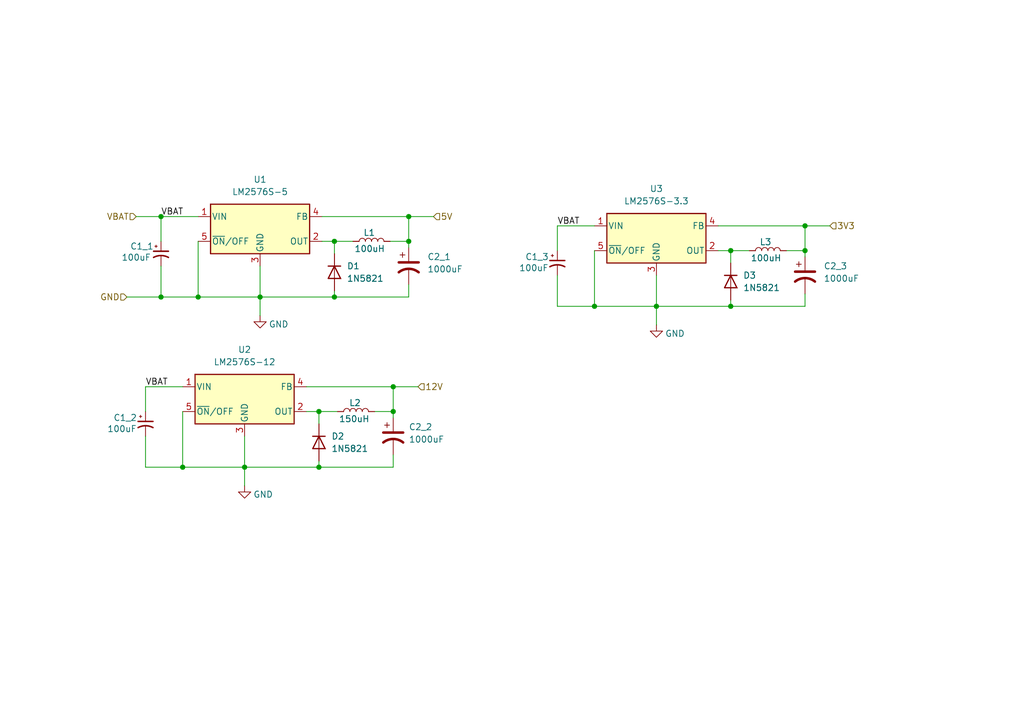
<source format=kicad_sch>
(kicad_sch
	(version 20250114)
	(generator "eeschema")
	(generator_version "9.0")
	(uuid "ddd4564b-d9f0-4773-9c26-4f346f460b07")
	(paper "A5")
	(title_block
		(title "pwr_v2")
		(date "2025-05-11")
		(rev "V2")
		(company "Buck regulator circuits to generate 12V, 5V and 3.3V supplies.")
	)
	(lib_symbols
		(symbol "Device:C_Polarized_Small_US"
			(pin_numbers
				(hide yes)
			)
			(pin_names
				(offset 0.254)
				(hide yes)
			)
			(exclude_from_sim no)
			(in_bom yes)
			(on_board yes)
			(property "Reference" "C"
				(at 0.254 1.778 0)
				(effects
					(font
						(size 1.27 1.27)
					)
					(justify left)
				)
			)
			(property "Value" "C_Polarized_Small_US"
				(at 0.254 -2.032 0)
				(effects
					(font
						(size 1.27 1.27)
					)
					(justify left)
				)
			)
			(property "Footprint" ""
				(at 0 0 0)
				(effects
					(font
						(size 1.27 1.27)
					)
					(hide yes)
				)
			)
			(property "Datasheet" "~"
				(at 0 0 0)
				(effects
					(font
						(size 1.27 1.27)
					)
					(hide yes)
				)
			)
			(property "Description" "Polarized capacitor, small US symbol"
				(at 0 0 0)
				(effects
					(font
						(size 1.27 1.27)
					)
					(hide yes)
				)
			)
			(property "ki_keywords" "cap capacitor"
				(at 0 0 0)
				(effects
					(font
						(size 1.27 1.27)
					)
					(hide yes)
				)
			)
			(property "ki_fp_filters" "CP_*"
				(at 0 0 0)
				(effects
					(font
						(size 1.27 1.27)
					)
					(hide yes)
				)
			)
			(symbol "C_Polarized_Small_US_0_1"
				(polyline
					(pts
						(xy -1.524 0.508) (xy 1.524 0.508)
					)
					(stroke
						(width 0.3048)
						(type default)
					)
					(fill
						(type none)
					)
				)
				(polyline
					(pts
						(xy -1.27 1.524) (xy -0.762 1.524)
					)
					(stroke
						(width 0)
						(type default)
					)
					(fill
						(type none)
					)
				)
				(polyline
					(pts
						(xy -1.016 1.27) (xy -1.016 1.778)
					)
					(stroke
						(width 0)
						(type default)
					)
					(fill
						(type none)
					)
				)
				(arc
					(start -1.524 -0.762)
					(mid 0 -0.3734)
					(end 1.524 -0.762)
					(stroke
						(width 0.3048)
						(type default)
					)
					(fill
						(type none)
					)
				)
			)
			(symbol "C_Polarized_Small_US_1_1"
				(pin passive line
					(at 0 2.54 270)
					(length 2.032)
					(name "~"
						(effects
							(font
								(size 1.27 1.27)
							)
						)
					)
					(number "1"
						(effects
							(font
								(size 1.27 1.27)
							)
						)
					)
				)
				(pin passive line
					(at 0 -2.54 90)
					(length 2.032)
					(name "~"
						(effects
							(font
								(size 1.27 1.27)
							)
						)
					)
					(number "2"
						(effects
							(font
								(size 1.27 1.27)
							)
						)
					)
				)
			)
			(embedded_fonts no)
		)
		(symbol "Device:C_Polarized_US"
			(pin_numbers
				(hide yes)
			)
			(pin_names
				(offset 0.254)
				(hide yes)
			)
			(exclude_from_sim no)
			(in_bom yes)
			(on_board yes)
			(property "Reference" "C"
				(at 0.635 2.54 0)
				(effects
					(font
						(size 1.27 1.27)
					)
					(justify left)
				)
			)
			(property "Value" "C_Polarized_US"
				(at 0.635 -2.54 0)
				(effects
					(font
						(size 1.27 1.27)
					)
					(justify left)
				)
			)
			(property "Footprint" ""
				(at 0 0 0)
				(effects
					(font
						(size 1.27 1.27)
					)
					(hide yes)
				)
			)
			(property "Datasheet" "~"
				(at 0 0 0)
				(effects
					(font
						(size 1.27 1.27)
					)
					(hide yes)
				)
			)
			(property "Description" "Polarized capacitor, US symbol"
				(at 0 0 0)
				(effects
					(font
						(size 1.27 1.27)
					)
					(hide yes)
				)
			)
			(property "ki_keywords" "cap capacitor"
				(at 0 0 0)
				(effects
					(font
						(size 1.27 1.27)
					)
					(hide yes)
				)
			)
			(property "ki_fp_filters" "CP_*"
				(at 0 0 0)
				(effects
					(font
						(size 1.27 1.27)
					)
					(hide yes)
				)
			)
			(symbol "C_Polarized_US_0_1"
				(polyline
					(pts
						(xy -2.032 0.762) (xy 2.032 0.762)
					)
					(stroke
						(width 0.508)
						(type default)
					)
					(fill
						(type none)
					)
				)
				(polyline
					(pts
						(xy -1.778 2.286) (xy -0.762 2.286)
					)
					(stroke
						(width 0)
						(type default)
					)
					(fill
						(type none)
					)
				)
				(polyline
					(pts
						(xy -1.27 1.778) (xy -1.27 2.794)
					)
					(stroke
						(width 0)
						(type default)
					)
					(fill
						(type none)
					)
				)
				(arc
					(start -2.032 -1.27)
					(mid 0 -0.5572)
					(end 2.032 -1.27)
					(stroke
						(width 0.508)
						(type default)
					)
					(fill
						(type none)
					)
				)
			)
			(symbol "C_Polarized_US_1_1"
				(pin passive line
					(at 0 3.81 270)
					(length 2.794)
					(name "~"
						(effects
							(font
								(size 1.27 1.27)
							)
						)
					)
					(number "1"
						(effects
							(font
								(size 1.27 1.27)
							)
						)
					)
				)
				(pin passive line
					(at 0 -3.81 90)
					(length 3.302)
					(name "~"
						(effects
							(font
								(size 1.27 1.27)
							)
						)
					)
					(number "2"
						(effects
							(font
								(size 1.27 1.27)
							)
						)
					)
				)
			)
			(embedded_fonts no)
		)
		(symbol "Device:D"
			(pin_numbers
				(hide yes)
			)
			(pin_names
				(offset 1.016)
				(hide yes)
			)
			(exclude_from_sim no)
			(in_bom yes)
			(on_board yes)
			(property "Reference" "D"
				(at 0 2.54 0)
				(effects
					(font
						(size 1.27 1.27)
					)
				)
			)
			(property "Value" "D"
				(at 0 -2.54 0)
				(effects
					(font
						(size 1.27 1.27)
					)
				)
			)
			(property "Footprint" ""
				(at 0 0 0)
				(effects
					(font
						(size 1.27 1.27)
					)
					(hide yes)
				)
			)
			(property "Datasheet" "~"
				(at 0 0 0)
				(effects
					(font
						(size 1.27 1.27)
					)
					(hide yes)
				)
			)
			(property "Description" "Diode"
				(at 0 0 0)
				(effects
					(font
						(size 1.27 1.27)
					)
					(hide yes)
				)
			)
			(property "Sim.Device" "D"
				(at 0 0 0)
				(effects
					(font
						(size 1.27 1.27)
					)
					(hide yes)
				)
			)
			(property "Sim.Pins" "1=K 2=A"
				(at 0 0 0)
				(effects
					(font
						(size 1.27 1.27)
					)
					(hide yes)
				)
			)
			(property "ki_keywords" "diode"
				(at 0 0 0)
				(effects
					(font
						(size 1.27 1.27)
					)
					(hide yes)
				)
			)
			(property "ki_fp_filters" "TO-???* *_Diode_* *SingleDiode* D_*"
				(at 0 0 0)
				(effects
					(font
						(size 1.27 1.27)
					)
					(hide yes)
				)
			)
			(symbol "D_0_1"
				(polyline
					(pts
						(xy -1.27 1.27) (xy -1.27 -1.27)
					)
					(stroke
						(width 0.254)
						(type default)
					)
					(fill
						(type none)
					)
				)
				(polyline
					(pts
						(xy 1.27 1.27) (xy 1.27 -1.27) (xy -1.27 0) (xy 1.27 1.27)
					)
					(stroke
						(width 0.254)
						(type default)
					)
					(fill
						(type none)
					)
				)
				(polyline
					(pts
						(xy 1.27 0) (xy -1.27 0)
					)
					(stroke
						(width 0)
						(type default)
					)
					(fill
						(type none)
					)
				)
			)
			(symbol "D_1_1"
				(pin passive line
					(at -3.81 0 0)
					(length 2.54)
					(name "K"
						(effects
							(font
								(size 1.27 1.27)
							)
						)
					)
					(number "1"
						(effects
							(font
								(size 1.27 1.27)
							)
						)
					)
				)
				(pin passive line
					(at 3.81 0 180)
					(length 2.54)
					(name "A"
						(effects
							(font
								(size 1.27 1.27)
							)
						)
					)
					(number "2"
						(effects
							(font
								(size 1.27 1.27)
							)
						)
					)
				)
			)
			(embedded_fonts no)
		)
		(symbol "Device:L"
			(pin_numbers
				(hide yes)
			)
			(pin_names
				(offset 1.016)
				(hide yes)
			)
			(exclude_from_sim no)
			(in_bom yes)
			(on_board yes)
			(property "Reference" "L"
				(at -1.27 0 90)
				(effects
					(font
						(size 1.27 1.27)
					)
				)
			)
			(property "Value" "L"
				(at 1.905 0 90)
				(effects
					(font
						(size 1.27 1.27)
					)
				)
			)
			(property "Footprint" ""
				(at 0 0 0)
				(effects
					(font
						(size 1.27 1.27)
					)
					(hide yes)
				)
			)
			(property "Datasheet" "~"
				(at 0 0 0)
				(effects
					(font
						(size 1.27 1.27)
					)
					(hide yes)
				)
			)
			(property "Description" "Inductor"
				(at 0 0 0)
				(effects
					(font
						(size 1.27 1.27)
					)
					(hide yes)
				)
			)
			(property "ki_keywords" "inductor choke coil reactor magnetic"
				(at 0 0 0)
				(effects
					(font
						(size 1.27 1.27)
					)
					(hide yes)
				)
			)
			(property "ki_fp_filters" "Choke_* *Coil* Inductor_* L_*"
				(at 0 0 0)
				(effects
					(font
						(size 1.27 1.27)
					)
					(hide yes)
				)
			)
			(symbol "L_0_1"
				(arc
					(start 0 2.54)
					(mid 0.6323 1.905)
					(end 0 1.27)
					(stroke
						(width 0)
						(type default)
					)
					(fill
						(type none)
					)
				)
				(arc
					(start 0 1.27)
					(mid 0.6323 0.635)
					(end 0 0)
					(stroke
						(width 0)
						(type default)
					)
					(fill
						(type none)
					)
				)
				(arc
					(start 0 0)
					(mid 0.6323 -0.635)
					(end 0 -1.27)
					(stroke
						(width 0)
						(type default)
					)
					(fill
						(type none)
					)
				)
				(arc
					(start 0 -1.27)
					(mid 0.6323 -1.905)
					(end 0 -2.54)
					(stroke
						(width 0)
						(type default)
					)
					(fill
						(type none)
					)
				)
			)
			(symbol "L_1_1"
				(pin passive line
					(at 0 3.81 270)
					(length 1.27)
					(name "1"
						(effects
							(font
								(size 1.27 1.27)
							)
						)
					)
					(number "1"
						(effects
							(font
								(size 1.27 1.27)
							)
						)
					)
				)
				(pin passive line
					(at 0 -3.81 90)
					(length 1.27)
					(name "2"
						(effects
							(font
								(size 1.27 1.27)
							)
						)
					)
					(number "2"
						(effects
							(font
								(size 1.27 1.27)
							)
						)
					)
				)
			)
			(embedded_fonts no)
		)
		(symbol "Regulator_Switching:LM2576S-12"
			(pin_names
				(offset 0.254)
			)
			(exclude_from_sim no)
			(in_bom yes)
			(on_board yes)
			(property "Reference" "U"
				(at -10.16 6.35 0)
				(effects
					(font
						(size 1.27 1.27)
					)
					(justify left)
				)
			)
			(property "Value" "LM2576S-12"
				(at 0 6.35 0)
				(effects
					(font
						(size 1.27 1.27)
					)
					(justify left)
				)
			)
			(property "Footprint" "Package_TO_SOT_SMD:TO-263-5_TabPin3"
				(at 0 -6.35 0)
				(effects
					(font
						(size 1.27 1.27)
						(italic yes)
					)
					(justify left)
					(hide yes)
				)
			)
			(property "Datasheet" "http://www.ti.com/lit/ds/symlink/lm2576.pdf"
				(at 0 0 0)
				(effects
					(font
						(size 1.27 1.27)
					)
					(hide yes)
				)
			)
			(property "Description" "12V, 3A SIMPLE SWITCHER® Step-Down Voltage Regulator, TO-263"
				(at 0 0 0)
				(effects
					(font
						(size 1.27 1.27)
					)
					(hide yes)
				)
			)
			(property "ki_keywords" "Step-Down Voltage Regulator 12V 3A"
				(at 0 0 0)
				(effects
					(font
						(size 1.27 1.27)
					)
					(hide yes)
				)
			)
			(property "ki_fp_filters" "TO?263*"
				(at 0 0 0)
				(effects
					(font
						(size 1.27 1.27)
					)
					(hide yes)
				)
			)
			(symbol "LM2576S-12_0_1"
				(rectangle
					(start -10.16 5.08)
					(end 10.16 -5.08)
					(stroke
						(width 0.254)
						(type default)
					)
					(fill
						(type background)
					)
				)
			)
			(symbol "LM2576S-12_1_1"
				(pin power_in line
					(at -12.7 2.54 0)
					(length 2.54)
					(name "VIN"
						(effects
							(font
								(size 1.27 1.27)
							)
						)
					)
					(number "1"
						(effects
							(font
								(size 1.27 1.27)
							)
						)
					)
				)
				(pin input line
					(at -12.7 -2.54 0)
					(length 2.54)
					(name "~{ON}/OFF"
						(effects
							(font
								(size 1.27 1.27)
							)
						)
					)
					(number "5"
						(effects
							(font
								(size 1.27 1.27)
							)
						)
					)
				)
				(pin power_in line
					(at 0 -7.62 90)
					(length 2.54)
					(name "GND"
						(effects
							(font
								(size 1.27 1.27)
							)
						)
					)
					(number "3"
						(effects
							(font
								(size 1.27 1.27)
							)
						)
					)
				)
				(pin input line
					(at 12.7 2.54 180)
					(length 2.54)
					(name "FB"
						(effects
							(font
								(size 1.27 1.27)
							)
						)
					)
					(number "4"
						(effects
							(font
								(size 1.27 1.27)
							)
						)
					)
				)
				(pin output line
					(at 12.7 -2.54 180)
					(length 2.54)
					(name "OUT"
						(effects
							(font
								(size 1.27 1.27)
							)
						)
					)
					(number "2"
						(effects
							(font
								(size 1.27 1.27)
							)
						)
					)
				)
			)
			(embedded_fonts no)
		)
		(symbol "Regulator_Switching:LM2576S-3.3"
			(pin_names
				(offset 0.254)
			)
			(exclude_from_sim no)
			(in_bom yes)
			(on_board yes)
			(property "Reference" "U"
				(at -10.16 6.35 0)
				(effects
					(font
						(size 1.27 1.27)
					)
					(justify left)
				)
			)
			(property "Value" "LM2576S-3.3"
				(at 0 6.35 0)
				(effects
					(font
						(size 1.27 1.27)
					)
					(justify left)
				)
			)
			(property "Footprint" "Package_TO_SOT_SMD:TO-263-5_TabPin3"
				(at 0 -6.35 0)
				(effects
					(font
						(size 1.27 1.27)
						(italic yes)
					)
					(justify left)
					(hide yes)
				)
			)
			(property "Datasheet" "http://www.ti.com/lit/ds/symlink/lm2576.pdf"
				(at 0 0 0)
				(effects
					(font
						(size 1.27 1.27)
					)
					(hide yes)
				)
			)
			(property "Description" "3.3V, 3A SIMPLE SWITCHER® Step-Down Voltage Regulator, TO-263"
				(at 0 0 0)
				(effects
					(font
						(size 1.27 1.27)
					)
					(hide yes)
				)
			)
			(property "ki_keywords" "Step-Down Voltage Regulator 3.3V 3A"
				(at 0 0 0)
				(effects
					(font
						(size 1.27 1.27)
					)
					(hide yes)
				)
			)
			(property "ki_fp_filters" "TO?263*"
				(at 0 0 0)
				(effects
					(font
						(size 1.27 1.27)
					)
					(hide yes)
				)
			)
			(symbol "LM2576S-3.3_0_1"
				(rectangle
					(start -10.16 5.08)
					(end 10.16 -5.08)
					(stroke
						(width 0.254)
						(type default)
					)
					(fill
						(type background)
					)
				)
			)
			(symbol "LM2576S-3.3_1_1"
				(pin power_in line
					(at -12.7 2.54 0)
					(length 2.54)
					(name "VIN"
						(effects
							(font
								(size 1.27 1.27)
							)
						)
					)
					(number "1"
						(effects
							(font
								(size 1.27 1.27)
							)
						)
					)
				)
				(pin input line
					(at -12.7 -2.54 0)
					(length 2.54)
					(name "~{ON}/OFF"
						(effects
							(font
								(size 1.27 1.27)
							)
						)
					)
					(number "5"
						(effects
							(font
								(size 1.27 1.27)
							)
						)
					)
				)
				(pin power_in line
					(at 0 -7.62 90)
					(length 2.54)
					(name "GND"
						(effects
							(font
								(size 1.27 1.27)
							)
						)
					)
					(number "3"
						(effects
							(font
								(size 1.27 1.27)
							)
						)
					)
				)
				(pin input line
					(at 12.7 2.54 180)
					(length 2.54)
					(name "FB"
						(effects
							(font
								(size 1.27 1.27)
							)
						)
					)
					(number "4"
						(effects
							(font
								(size 1.27 1.27)
							)
						)
					)
				)
				(pin output line
					(at 12.7 -2.54 180)
					(length 2.54)
					(name "OUT"
						(effects
							(font
								(size 1.27 1.27)
							)
						)
					)
					(number "2"
						(effects
							(font
								(size 1.27 1.27)
							)
						)
					)
				)
			)
			(embedded_fonts no)
		)
		(symbol "Regulator_Switching:LM2576S-5"
			(pin_names
				(offset 0.254)
			)
			(exclude_from_sim no)
			(in_bom yes)
			(on_board yes)
			(property "Reference" "U"
				(at -10.16 6.35 0)
				(effects
					(font
						(size 1.27 1.27)
					)
					(justify left)
				)
			)
			(property "Value" "LM2576S-5"
				(at 0 6.35 0)
				(effects
					(font
						(size 1.27 1.27)
					)
					(justify left)
				)
			)
			(property "Footprint" "Package_TO_SOT_SMD:TO-263-5_TabPin3"
				(at 0 -6.35 0)
				(effects
					(font
						(size 1.27 1.27)
						(italic yes)
					)
					(justify left)
					(hide yes)
				)
			)
			(property "Datasheet" "http://www.ti.com/lit/ds/symlink/lm2576.pdf"
				(at 0 0 0)
				(effects
					(font
						(size 1.27 1.27)
					)
					(hide yes)
				)
			)
			(property "Description" "5V, 3A SIMPLE SWITCHER® Step-Down Voltage Regulator, TO-263"
				(at 0 0 0)
				(effects
					(font
						(size 1.27 1.27)
					)
					(hide yes)
				)
			)
			(property "ki_keywords" "Step-Down Voltage Regulator 5V 3A"
				(at 0 0 0)
				(effects
					(font
						(size 1.27 1.27)
					)
					(hide yes)
				)
			)
			(property "ki_fp_filters" "TO?263*"
				(at 0 0 0)
				(effects
					(font
						(size 1.27 1.27)
					)
					(hide yes)
				)
			)
			(symbol "LM2576S-5_0_1"
				(rectangle
					(start -10.16 5.08)
					(end 10.16 -5.08)
					(stroke
						(width 0.254)
						(type default)
					)
					(fill
						(type background)
					)
				)
			)
			(symbol "LM2576S-5_1_1"
				(pin power_in line
					(at -12.7 2.54 0)
					(length 2.54)
					(name "VIN"
						(effects
							(font
								(size 1.27 1.27)
							)
						)
					)
					(number "1"
						(effects
							(font
								(size 1.27 1.27)
							)
						)
					)
				)
				(pin input line
					(at -12.7 -2.54 0)
					(length 2.54)
					(name "~{ON}/OFF"
						(effects
							(font
								(size 1.27 1.27)
							)
						)
					)
					(number "5"
						(effects
							(font
								(size 1.27 1.27)
							)
						)
					)
				)
				(pin power_in line
					(at 0 -7.62 90)
					(length 2.54)
					(name "GND"
						(effects
							(font
								(size 1.27 1.27)
							)
						)
					)
					(number "3"
						(effects
							(font
								(size 1.27 1.27)
							)
						)
					)
				)
				(pin input line
					(at 12.7 2.54 180)
					(length 2.54)
					(name "FB"
						(effects
							(font
								(size 1.27 1.27)
							)
						)
					)
					(number "4"
						(effects
							(font
								(size 1.27 1.27)
							)
						)
					)
				)
				(pin output line
					(at 12.7 -2.54 180)
					(length 2.54)
					(name "OUT"
						(effects
							(font
								(size 1.27 1.27)
							)
						)
					)
					(number "2"
						(effects
							(font
								(size 1.27 1.27)
							)
						)
					)
				)
			)
			(embedded_fonts no)
		)
		(symbol "power:GND"
			(power)
			(pin_numbers
				(hide yes)
			)
			(pin_names
				(offset 0)
				(hide yes)
			)
			(exclude_from_sim no)
			(in_bom yes)
			(on_board yes)
			(property "Reference" "#PWR"
				(at 0 -6.35 0)
				(effects
					(font
						(size 1.27 1.27)
					)
					(hide yes)
				)
			)
			(property "Value" "GND"
				(at 0 -3.81 0)
				(effects
					(font
						(size 1.27 1.27)
					)
				)
			)
			(property "Footprint" ""
				(at 0 0 0)
				(effects
					(font
						(size 1.27 1.27)
					)
					(hide yes)
				)
			)
			(property "Datasheet" ""
				(at 0 0 0)
				(effects
					(font
						(size 1.27 1.27)
					)
					(hide yes)
				)
			)
			(property "Description" "Power symbol creates a global label with name \"GND\" , ground"
				(at 0 0 0)
				(effects
					(font
						(size 1.27 1.27)
					)
					(hide yes)
				)
			)
			(property "ki_keywords" "global power"
				(at 0 0 0)
				(effects
					(font
						(size 1.27 1.27)
					)
					(hide yes)
				)
			)
			(symbol "GND_0_1"
				(polyline
					(pts
						(xy 0 0) (xy 0 -1.27) (xy 1.27 -1.27) (xy 0 -2.54) (xy -1.27 -1.27) (xy 0 -1.27)
					)
					(stroke
						(width 0)
						(type default)
					)
					(fill
						(type none)
					)
				)
			)
			(symbol "GND_1_1"
				(pin power_in line
					(at 0 0 270)
					(length 0)
					(name "~"
						(effects
							(font
								(size 1.27 1.27)
							)
						)
					)
					(number "1"
						(effects
							(font
								(size 1.27 1.27)
							)
						)
					)
				)
			)
			(embedded_fonts no)
		)
	)
	(junction
		(at 83.82 49.53)
		(diameter 0)
		(color 0 0 0 0)
		(uuid "12a8efa7-1af1-4989-9ad0-438e947b50e5")
	)
	(junction
		(at 165.1 46.355)
		(diameter 0)
		(color 0 0 0 0)
		(uuid "13f67a03-56df-477e-992e-58c7aa506fc9")
	)
	(junction
		(at 33.02 60.96)
		(diameter 0)
		(color 0 0 0 0)
		(uuid "30edebd9-2038-45e3-9bae-c65087cc30f6")
	)
	(junction
		(at 68.58 60.96)
		(diameter 0)
		(color 0 0 0 0)
		(uuid "32eb3670-e3d1-450f-a948-1ceef3ee4248")
	)
	(junction
		(at 165.1 51.435)
		(diameter 0)
		(color 0 0 0 0)
		(uuid "3a1d66b6-b345-465f-bc06-44dd24d97374")
	)
	(junction
		(at 83.82 44.45)
		(diameter 0)
		(color 0 0 0 0)
		(uuid "4110944f-58cc-44cf-971f-7cc713db1693")
	)
	(junction
		(at 68.58 49.53)
		(diameter 0)
		(color 0 0 0 0)
		(uuid "42e71fb3-9d52-4064-a259-c8304533d1af")
	)
	(junction
		(at 50.165 95.885)
		(diameter 0)
		(color 0 0 0 0)
		(uuid "44c30f30-de79-42a2-a21e-7922edc8472c")
	)
	(junction
		(at 149.86 51.435)
		(diameter 0)
		(color 0 0 0 0)
		(uuid "45c03fe6-ec30-4a45-8ba2-27949de867e5")
	)
	(junction
		(at 33.02 44.45)
		(diameter 0)
		(color 0 0 0 0)
		(uuid "4818784f-c9e7-4d36-9a36-cc5cef14ad1c")
	)
	(junction
		(at 37.465 95.885)
		(diameter 0)
		(color 0 0 0 0)
		(uuid "5dfb5db9-e9ce-47db-bc0a-c84e625df8c4")
	)
	(junction
		(at 149.86 62.865)
		(diameter 0)
		(color 0 0 0 0)
		(uuid "612232a7-c1fe-4651-b617-ac203c0dfbc4")
	)
	(junction
		(at 134.62 62.865)
		(diameter 0)
		(color 0 0 0 0)
		(uuid "767c79ef-a362-44ca-ad86-12defe4e7666")
	)
	(junction
		(at 65.405 95.885)
		(diameter 0)
		(color 0 0 0 0)
		(uuid "828e4eb1-3437-4450-a5ac-99b5f85fb96a")
	)
	(junction
		(at 80.645 84.455)
		(diameter 0)
		(color 0 0 0 0)
		(uuid "893b7172-c5fb-466d-b5df-8284e9f64343")
	)
	(junction
		(at 80.645 79.375)
		(diameter 0)
		(color 0 0 0 0)
		(uuid "8d0006b0-0f78-475a-9e2e-5739438a4881")
	)
	(junction
		(at 53.34 60.96)
		(diameter 0)
		(color 0 0 0 0)
		(uuid "98e605da-bd25-45d6-a96a-a88baf4280d2")
	)
	(junction
		(at 40.64 60.96)
		(diameter 0)
		(color 0 0 0 0)
		(uuid "a152d652-19e1-4e39-bac3-daa2ed90cb15")
	)
	(junction
		(at 65.405 84.455)
		(diameter 0)
		(color 0 0 0 0)
		(uuid "bbbeaed9-6bbf-41b9-bc3d-39bbf834ca1b")
	)
	(junction
		(at 121.92 62.865)
		(diameter 0)
		(color 0 0 0 0)
		(uuid "f8111789-93ad-454a-b7e6-5c627b5a6260")
	)
	(wire
		(pts
			(xy 65.405 95.885) (xy 80.645 95.885)
		)
		(stroke
			(width 0)
			(type default)
		)
		(uuid "00059bc1-98d5-4fd6-aad5-6bd5fc1df88b")
	)
	(wire
		(pts
			(xy 33.02 44.45) (xy 40.64 44.45)
		)
		(stroke
			(width 0)
			(type default)
		)
		(uuid "0a3b8541-fdb4-4a9e-bff3-8db2e1f3a40a")
	)
	(wire
		(pts
			(xy 76.835 84.455) (xy 80.645 84.455)
		)
		(stroke
			(width 0)
			(type default)
		)
		(uuid "144df22f-1a62-477f-924c-727148fc9535")
	)
	(wire
		(pts
			(xy 68.58 60.96) (xy 53.34 60.96)
		)
		(stroke
			(width 0)
			(type default)
		)
		(uuid "1e99361b-1fd4-4152-810c-0792507f890d")
	)
	(wire
		(pts
			(xy 37.465 84.455) (xy 37.465 95.885)
		)
		(stroke
			(width 0)
			(type default)
		)
		(uuid "28668877-4aca-47ac-b060-f5537c89f985")
	)
	(wire
		(pts
			(xy 83.82 58.42) (xy 83.82 60.96)
		)
		(stroke
			(width 0)
			(type default)
		)
		(uuid "28d4de59-dac6-4f0a-b9ea-426aef767c28")
	)
	(wire
		(pts
			(xy 161.29 51.435) (xy 165.1 51.435)
		)
		(stroke
			(width 0)
			(type default)
		)
		(uuid "28dac376-79d0-4990-b3a5-e6db07f4da10")
	)
	(wire
		(pts
			(xy 149.86 62.865) (xy 165.1 62.865)
		)
		(stroke
			(width 0)
			(type default)
		)
		(uuid "2c125136-f0ab-4484-acad-b562baacc922")
	)
	(wire
		(pts
			(xy 147.32 51.435) (xy 149.86 51.435)
		)
		(stroke
			(width 0)
			(type default)
		)
		(uuid "2cd58a26-a9ae-4d33-9de4-2ee5bdf8037e")
	)
	(wire
		(pts
			(xy 134.62 62.865) (xy 134.62 66.675)
		)
		(stroke
			(width 0)
			(type default)
		)
		(uuid "2dbcbb05-4888-4a90-8a5c-813b108e617b")
	)
	(wire
		(pts
			(xy 83.82 44.45) (xy 88.9 44.45)
		)
		(stroke
			(width 0)
			(type default)
		)
		(uuid "315d1fac-236e-4fcd-8f03-c4e058cbf0c8")
	)
	(wire
		(pts
			(xy 165.1 60.325) (xy 165.1 62.865)
		)
		(stroke
			(width 0)
			(type default)
		)
		(uuid "319ad610-920f-48a2-8070-83df295d57be")
	)
	(wire
		(pts
			(xy 134.62 56.515) (xy 134.62 62.865)
		)
		(stroke
			(width 0)
			(type default)
		)
		(uuid "32864d7c-eb3d-4752-851f-52714003821e")
	)
	(wire
		(pts
			(xy 62.865 79.375) (xy 80.645 79.375)
		)
		(stroke
			(width 0)
			(type default)
		)
		(uuid "345b9681-cab5-40ee-8f95-178be9680454")
	)
	(wire
		(pts
			(xy 27.94 44.45) (xy 33.02 44.45)
		)
		(stroke
			(width 0)
			(type default)
		)
		(uuid "36146ee2-8f3d-4f97-90d4-925e731a6636")
	)
	(wire
		(pts
			(xy 121.92 62.865) (xy 134.62 62.865)
		)
		(stroke
			(width 0)
			(type default)
		)
		(uuid "386a2893-0193-40ca-8736-62b5cca62004")
	)
	(wire
		(pts
			(xy 114.3 46.355) (xy 121.92 46.355)
		)
		(stroke
			(width 0)
			(type default)
		)
		(uuid "3f9483c8-ee05-427f-99d2-7117bd06252e")
	)
	(wire
		(pts
			(xy 53.34 54.61) (xy 53.34 60.96)
		)
		(stroke
			(width 0)
			(type default)
		)
		(uuid "4139959a-a89e-45c6-bc67-bcd509c2fdaf")
	)
	(wire
		(pts
			(xy 80.645 93.345) (xy 80.645 95.885)
		)
		(stroke
			(width 0)
			(type default)
		)
		(uuid "4a77c9a7-f710-4a7f-b722-3259e14f8436")
	)
	(wire
		(pts
			(xy 65.405 95.885) (xy 50.165 95.885)
		)
		(stroke
			(width 0)
			(type default)
		)
		(uuid "4c77780f-d228-4721-96ec-7f095cdf533a")
	)
	(wire
		(pts
			(xy 68.58 60.96) (xy 68.58 59.69)
		)
		(stroke
			(width 0)
			(type default)
		)
		(uuid "4dc555e9-8cdf-4a88-a984-11716041d7ac")
	)
	(wire
		(pts
			(xy 65.405 95.885) (xy 65.405 94.615)
		)
		(stroke
			(width 0)
			(type default)
		)
		(uuid "52761a34-0536-43c5-a3af-43276fac4c55")
	)
	(wire
		(pts
			(xy 80.01 49.53) (xy 83.82 49.53)
		)
		(stroke
			(width 0)
			(type default)
		)
		(uuid "677641c5-50d7-4ff4-a93a-36808e4d89f4")
	)
	(wire
		(pts
			(xy 68.58 49.53) (xy 72.39 49.53)
		)
		(stroke
			(width 0)
			(type default)
		)
		(uuid "6c921d96-1d44-4c9f-8c83-b1d5590b79ac")
	)
	(wire
		(pts
			(xy 80.645 84.455) (xy 80.645 85.725)
		)
		(stroke
			(width 0)
			(type default)
		)
		(uuid "74c75fa5-9e2f-4df1-98e9-6836d0a16d36")
	)
	(wire
		(pts
			(xy 165.1 46.355) (xy 165.1 51.435)
		)
		(stroke
			(width 0)
			(type default)
		)
		(uuid "81914348-4367-49ba-acb9-4473fbb66808")
	)
	(wire
		(pts
			(xy 121.92 51.435) (xy 121.92 62.865)
		)
		(stroke
			(width 0)
			(type default)
		)
		(uuid "8552feda-e96f-4831-b99c-b1cc73aa6299")
	)
	(wire
		(pts
			(xy 65.405 86.995) (xy 65.405 84.455)
		)
		(stroke
			(width 0)
			(type default)
		)
		(uuid "8c42f27d-25d1-46ec-aa94-bac45829c55e")
	)
	(wire
		(pts
			(xy 29.845 89.535) (xy 29.845 95.885)
		)
		(stroke
			(width 0)
			(type default)
		)
		(uuid "974e1b8e-2fdb-4029-9458-cf48dbfc2894")
	)
	(wire
		(pts
			(xy 114.3 62.865) (xy 121.92 62.865)
		)
		(stroke
			(width 0)
			(type default)
		)
		(uuid "979747e8-7bc9-4001-a4eb-eb2bf57733af")
	)
	(wire
		(pts
			(xy 66.04 49.53) (xy 68.58 49.53)
		)
		(stroke
			(width 0)
			(type default)
		)
		(uuid "983bbbc1-f466-4700-97d6-b99e5bad775f")
	)
	(wire
		(pts
			(xy 33.02 54.61) (xy 33.02 60.96)
		)
		(stroke
			(width 0)
			(type default)
		)
		(uuid "9e2d287e-ef84-46bb-868d-44a9b9c24744")
	)
	(wire
		(pts
			(xy 80.645 79.375) (xy 85.725 79.375)
		)
		(stroke
			(width 0)
			(type default)
		)
		(uuid "9e770f9a-3405-4fef-9fa9-2e455417a907")
	)
	(wire
		(pts
			(xy 114.3 56.515) (xy 114.3 62.865)
		)
		(stroke
			(width 0)
			(type default)
		)
		(uuid "9ef06ec0-4af4-4170-b0ca-2620f0407e53")
	)
	(wire
		(pts
			(xy 65.405 84.455) (xy 69.215 84.455)
		)
		(stroke
			(width 0)
			(type default)
		)
		(uuid "9fdc18ed-b2fa-499d-8e64-2026686801ba")
	)
	(wire
		(pts
			(xy 66.04 44.45) (xy 83.82 44.45)
		)
		(stroke
			(width 0)
			(type default)
		)
		(uuid "a218f96c-48b9-4340-bbcf-9aa2a9fb68a0")
	)
	(wire
		(pts
			(xy 50.165 95.885) (xy 50.165 99.695)
		)
		(stroke
			(width 0)
			(type default)
		)
		(uuid "a6189c75-1787-426f-8823-9908447e01a1")
	)
	(wire
		(pts
			(xy 83.82 44.45) (xy 83.82 49.53)
		)
		(stroke
			(width 0)
			(type default)
		)
		(uuid "a74202a4-ac72-4530-831d-b4d62e1b94d7")
	)
	(wire
		(pts
			(xy 149.86 51.435) (xy 153.67 51.435)
		)
		(stroke
			(width 0)
			(type default)
		)
		(uuid "ab8ada6e-25a4-4a65-9850-439fd7a30f47")
	)
	(wire
		(pts
			(xy 33.02 44.45) (xy 33.02 49.53)
		)
		(stroke
			(width 0)
			(type default)
		)
		(uuid "ae090460-727f-4430-bdd2-6b3d0039193b")
	)
	(wire
		(pts
			(xy 53.34 60.96) (xy 53.34 64.77)
		)
		(stroke
			(width 0)
			(type default)
		)
		(uuid "b5959cd6-9d98-433e-9583-32bbe63f498b")
	)
	(wire
		(pts
			(xy 62.865 84.455) (xy 65.405 84.455)
		)
		(stroke
			(width 0)
			(type default)
		)
		(uuid "b89f211c-f2fc-4a53-92dc-da6ec738c0c1")
	)
	(wire
		(pts
			(xy 50.165 89.535) (xy 50.165 95.885)
		)
		(stroke
			(width 0)
			(type default)
		)
		(uuid "bf3e95d2-8727-4f2d-afb3-42b9b0bef79a")
	)
	(wire
		(pts
			(xy 29.845 95.885) (xy 37.465 95.885)
		)
		(stroke
			(width 0)
			(type default)
		)
		(uuid "bfc6d7b2-395c-4ae3-834b-8f4fdefc110a")
	)
	(wire
		(pts
			(xy 83.82 49.53) (xy 83.82 50.8)
		)
		(stroke
			(width 0)
			(type default)
		)
		(uuid "c5def08e-de3c-48f2-82ee-5e4de316e531")
	)
	(wire
		(pts
			(xy 29.845 79.375) (xy 29.845 84.455)
		)
		(stroke
			(width 0)
			(type default)
		)
		(uuid "c7fd864b-8e4b-4db8-933c-1b15ec7d4d06")
	)
	(wire
		(pts
			(xy 33.02 60.96) (xy 40.64 60.96)
		)
		(stroke
			(width 0)
			(type default)
		)
		(uuid "ca3abf6e-168f-48dd-ad84-e962d2b8b9b1")
	)
	(wire
		(pts
			(xy 68.58 52.07) (xy 68.58 49.53)
		)
		(stroke
			(width 0)
			(type default)
		)
		(uuid "cccde591-5d28-4b73-92f3-d4855b2432d4")
	)
	(wire
		(pts
			(xy 114.3 46.355) (xy 114.3 51.435)
		)
		(stroke
			(width 0)
			(type default)
		)
		(uuid "cfc1a854-179c-479d-9a4d-cc004b1981a2")
	)
	(wire
		(pts
			(xy 165.1 46.355) (xy 170.18 46.355)
		)
		(stroke
			(width 0)
			(type default)
		)
		(uuid "d2b70387-d916-42d8-9484-1b87d800fec3")
	)
	(wire
		(pts
			(xy 147.32 46.355) (xy 165.1 46.355)
		)
		(stroke
			(width 0)
			(type default)
		)
		(uuid "d55c4f3e-9cf6-40a3-aa8b-b0141aa0730f")
	)
	(wire
		(pts
			(xy 149.86 53.975) (xy 149.86 51.435)
		)
		(stroke
			(width 0)
			(type default)
		)
		(uuid "d75f2379-85d4-4102-b53a-08068fb13b9d")
	)
	(wire
		(pts
			(xy 165.1 51.435) (xy 165.1 52.705)
		)
		(stroke
			(width 0)
			(type default)
		)
		(uuid "d84a099a-e651-4cf2-8da8-dddcefe9b513")
	)
	(wire
		(pts
			(xy 40.64 49.53) (xy 40.64 60.96)
		)
		(stroke
			(width 0)
			(type default)
		)
		(uuid "d94489ee-5376-4dfe-ac5c-302d1b6706ca")
	)
	(wire
		(pts
			(xy 68.58 60.96) (xy 83.82 60.96)
		)
		(stroke
			(width 0)
			(type default)
		)
		(uuid "db653ded-0004-4d02-a8e9-bec5bee4ee41")
	)
	(wire
		(pts
			(xy 37.465 95.885) (xy 50.165 95.885)
		)
		(stroke
			(width 0)
			(type default)
		)
		(uuid "e20b53c7-5da1-428d-b8d7-a097e4d3a562")
	)
	(wire
		(pts
			(xy 149.86 62.865) (xy 134.62 62.865)
		)
		(stroke
			(width 0)
			(type default)
		)
		(uuid "e4748187-8702-4b66-8ebb-e07aa126db6f")
	)
	(wire
		(pts
			(xy 26.035 60.96) (xy 33.02 60.96)
		)
		(stroke
			(width 0)
			(type default)
		)
		(uuid "ec274b02-73ce-4382-bf69-8f428858e472")
	)
	(wire
		(pts
			(xy 80.645 79.375) (xy 80.645 84.455)
		)
		(stroke
			(width 0)
			(type default)
		)
		(uuid "f0ad3197-2ea0-483f-95d2-ee486b7cbb5f")
	)
	(wire
		(pts
			(xy 29.845 79.375) (xy 37.465 79.375)
		)
		(stroke
			(width 0)
			(type default)
		)
		(uuid "f2c47d3a-049e-4ae6-9b7c-0be5408d43c2")
	)
	(wire
		(pts
			(xy 149.86 62.865) (xy 149.86 61.595)
		)
		(stroke
			(width 0)
			(type default)
		)
		(uuid "fb4dd34d-3a95-4e9b-bb01-59ed15e90b3c")
	)
	(wire
		(pts
			(xy 40.64 60.96) (xy 53.34 60.96)
		)
		(stroke
			(width 0)
			(type default)
		)
		(uuid "fd6bff50-09de-4ac3-a65c-9eb24f6f35f9")
	)
	(label "VBAT"
		(at 29.845 79.375 0)
		(effects
			(font
				(size 1.27 1.27)
			)
			(justify left bottom)
		)
		(uuid "58168ab1-1b11-4c0a-a4f6-9d3a77ec3de4")
	)
	(label "VBAT"
		(at 114.3 46.355 0)
		(effects
			(font
				(size 1.27 1.27)
			)
			(justify left bottom)
		)
		(uuid "90904462-2e1a-4327-b575-0d552a244576")
	)
	(label "VBAT"
		(at 33.02 44.45 0)
		(effects
			(font
				(size 1.27 1.27)
			)
			(justify left bottom)
		)
		(uuid "d2d0aef2-2dbc-4100-9d9c-37d041006797")
	)
	(hierarchical_label "GND"
		(shape input)
		(at 26.035 60.96 180)
		(effects
			(font
				(size 1.27 1.27)
			)
			(justify right)
		)
		(uuid "00f480be-c352-453e-956b-42886a2cb0a0")
	)
	(hierarchical_label "5V"
		(shape input)
		(at 88.9 44.45 0)
		(effects
			(font
				(size 1.27 1.27)
			)
			(justify left)
		)
		(uuid "0393f90f-92b2-4cbc-916f-ef6f4374d109")
	)
	(hierarchical_label "12V"
		(shape input)
		(at 85.725 79.375 0)
		(effects
			(font
				(size 1.27 1.27)
			)
			(justify left)
		)
		(uuid "7098fe4c-7d51-4486-9533-5af12976995d")
	)
	(hierarchical_label "VBAT"
		(shape input)
		(at 27.94 44.45 180)
		(effects
			(font
				(size 1.27 1.27)
			)
			(justify right)
		)
		(uuid "9c2d84d5-3f2b-4932-bb9b-26b71d19ab81")
	)
	(hierarchical_label "3V3"
		(shape input)
		(at 170.18 46.355 0)
		(effects
			(font
				(size 1.27 1.27)
			)
			(justify left)
		)
		(uuid "d58c3241-cd02-4534-b19f-2cedaacaf3a0")
	)
	(symbol
		(lib_id "power:GND")
		(at 134.62 66.675 0)
		(unit 1)
		(exclude_from_sim no)
		(in_bom yes)
		(on_board yes)
		(dnp no)
		(uuid "1816450b-302b-4984-a22d-2efee69b7cf5")
		(property "Reference" "#PWR050"
			(at 134.62 73.025 0)
			(effects
				(font
					(size 1.27 1.27)
				)
				(hide yes)
			)
		)
		(property "Value" "GND"
			(at 138.43 68.453 0)
			(effects
				(font
					(size 1.27 1.27)
				)
			)
		)
		(property "Footprint" ""
			(at 134.62 66.675 0)
			(effects
				(font
					(size 1.27 1.27)
				)
				(hide yes)
			)
		)
		(property "Datasheet" ""
			(at 134.62 66.675 0)
			(effects
				(font
					(size 1.27 1.27)
				)
				(hide yes)
			)
		)
		(property "Description" "Power symbol creates a global label with name \"GND\" , ground"
			(at 134.62 66.675 0)
			(effects
				(font
					(size 1.27 1.27)
				)
				(hide yes)
			)
		)
		(pin "1"
			(uuid "2f909f23-397d-4d46-a522-a12ba1a130f0")
		)
		(instances
			(project "pwr_v1"
				(path "/42eee4f9-ea65-4e89-8296-df9554a24009/ab92c88f-83ff-4167-83e9-28d0c7b08887"
					(reference "#PWR050")
					(unit 1)
				)
			)
		)
	)
	(symbol
		(lib_id "power:GND")
		(at 53.34 64.77 0)
		(unit 1)
		(exclude_from_sim no)
		(in_bom yes)
		(on_board yes)
		(dnp no)
		(uuid "1c6dfaae-1e1b-4df2-a7f1-5cf47d291e9c")
		(property "Reference" "#PWR054"
			(at 53.34 71.12 0)
			(effects
				(font
					(size 1.27 1.27)
				)
				(hide yes)
			)
		)
		(property "Value" "GND"
			(at 57.15 66.548 0)
			(effects
				(font
					(size 1.27 1.27)
				)
			)
		)
		(property "Footprint" ""
			(at 53.34 64.77 0)
			(effects
				(font
					(size 1.27 1.27)
				)
				(hide yes)
			)
		)
		(property "Datasheet" ""
			(at 53.34 64.77 0)
			(effects
				(font
					(size 1.27 1.27)
				)
				(hide yes)
			)
		)
		(property "Description" "Power symbol creates a global label with name \"GND\" , ground"
			(at 53.34 64.77 0)
			(effects
				(font
					(size 1.27 1.27)
				)
				(hide yes)
			)
		)
		(pin "1"
			(uuid "e9ca2ddc-4901-4148-b710-70b8b84f75e2")
		)
		(instances
			(project "pwr_v1"
				(path "/42eee4f9-ea65-4e89-8296-df9554a24009/ab92c88f-83ff-4167-83e9-28d0c7b08887"
					(reference "#PWR054")
					(unit 1)
				)
			)
		)
	)
	(symbol
		(lib_id "Device:D")
		(at 65.405 90.805 270)
		(unit 1)
		(exclude_from_sim no)
		(in_bom yes)
		(on_board yes)
		(dnp no)
		(fields_autoplaced yes)
		(uuid "1cf49c7e-c971-4708-823f-0ccbb3fa3a3e")
		(property "Reference" "D2"
			(at 67.945 89.5349 90)
			(effects
				(font
					(size 1.27 1.27)
				)
				(justify left)
			)
		)
		(property "Value" "1N5821"
			(at 67.945 92.0749 90)
			(effects
				(font
					(size 1.27 1.27)
				)
				(justify left)
			)
		)
		(property "Footprint" "Diode_THT:D_DO-201AD_P15.24mm_Horizontal"
			(at 65.405 90.805 0)
			(effects
				(font
					(size 1.27 1.27)
				)
				(hide yes)
			)
		)
		(property "Datasheet" "~"
			(at 65.405 90.805 0)
			(effects
				(font
					(size 1.27 1.27)
				)
				(hide yes)
			)
		)
		(property "Description" "JLC:C9119"
			(at 65.405 90.805 0)
			(effects
				(font
					(size 1.27 1.27)
				)
				(hide yes)
			)
		)
		(property "Sim.Device" "D"
			(at 65.405 90.805 0)
			(effects
				(font
					(size 1.27 1.27)
				)
				(hide yes)
			)
		)
		(property "Sim.Pins" "1=K 2=A"
			(at 65.405 90.805 0)
			(effects
				(font
					(size 1.27 1.27)
				)
				(hide yes)
			)
		)
		(property "Datasheet_1" ""
			(at 65.405 90.805 0)
			(effects
				(font
					(size 1.27 1.27)
				)
			)
		)
		(property "Footprint_1" ""
			(at 65.405 90.805 0)
			(effects
				(font
					(size 1.27 1.27)
				)
			)
		)
		(property "Height" ""
			(at 65.405 90.805 0)
			(effects
				(font
					(size 1.27 1.27)
				)
			)
		)
		(property "Manufacturer_Name" ""
			(at 65.405 90.805 0)
			(effects
				(font
					(size 1.27 1.27)
				)
			)
		)
		(property "Manufacturer_Part_Number" ""
			(at 65.405 90.805 0)
			(effects
				(font
					(size 1.27 1.27)
				)
			)
		)
		(property "Mouser Part Number" ""
			(at 65.405 90.805 0)
			(effects
				(font
					(size 1.27 1.27)
				)
			)
		)
		(property "Mouser Price/Stock" ""
			(at 65.405 90.805 0)
			(effects
				(font
					(size 1.27 1.27)
				)
			)
		)
		(property "Reference_1" ""
			(at 65.405 90.805 0)
			(effects
				(font
					(size 1.27 1.27)
				)
			)
		)
		(property "Value_1" ""
			(at 65.405 90.805 0)
			(effects
				(font
					(size 1.27 1.27)
				)
			)
		)
		(property "Voltage" ""
			(at 65.405 90.805 0)
			(effects
				(font
					(size 1.27 1.27)
				)
			)
		)
		(pin "1"
			(uuid "2fae2d93-c5e1-4b91-84b7-552db909f2d0")
		)
		(pin "2"
			(uuid "8f089d3a-b31a-4e71-b200-af40f3e99ea7")
		)
		(instances
			(project "pwr_v1"
				(path "/42eee4f9-ea65-4e89-8296-df9554a24009/ab92c88f-83ff-4167-83e9-28d0c7b08887"
					(reference "D2")
					(unit 1)
				)
			)
		)
	)
	(symbol
		(lib_id "Device:L")
		(at 157.48 51.435 90)
		(unit 1)
		(exclude_from_sim no)
		(in_bom yes)
		(on_board yes)
		(dnp no)
		(uuid "3220deb6-360c-411e-a6c2-89f651eb9a60")
		(property "Reference" "L3"
			(at 158.242 49.657 90)
			(effects
				(font
					(size 1.27 1.27)
				)
				(justify left)
			)
		)
		(property "Value" "100uH"
			(at 160.274 52.959 90)
			(effects
				(font
					(size 1.27 1.27)
				)
				(justify left)
			)
		)
		(property "Footprint" "Inductor_SMD:L_Sunlord_MWSA1206S-101"
			(at 157.48 51.435 0)
			(effects
				(font
					(size 1.27 1.27)
				)
				(hide yes)
			)
		)
		(property "Datasheet" "~"
			(at 157.48 51.435 0)
			(effects
				(font
					(size 1.27 1.27)
				)
				(hide yes)
			)
		)
		(property "Description" "JLC:C408533"
			(at 157.48 51.435 0)
			(effects
				(font
					(size 1.27 1.27)
				)
				(hide yes)
			)
		)
		(property "Datasheet_1" ""
			(at 157.48 51.435 0)
			(effects
				(font
					(size 1.27 1.27)
				)
			)
		)
		(property "Footprint_1" ""
			(at 157.48 51.435 0)
			(effects
				(font
					(size 1.27 1.27)
				)
			)
		)
		(property "Height" ""
			(at 157.48 51.435 0)
			(effects
				(font
					(size 1.27 1.27)
				)
			)
		)
		(property "Manufacturer_Name" ""
			(at 157.48 51.435 0)
			(effects
				(font
					(size 1.27 1.27)
				)
			)
		)
		(property "Manufacturer_Part_Number" ""
			(at 157.48 51.435 0)
			(effects
				(font
					(size 1.27 1.27)
				)
			)
		)
		(property "Mouser Part Number" ""
			(at 157.48 51.435 0)
			(effects
				(font
					(size 1.27 1.27)
				)
			)
		)
		(property "Mouser Price/Stock" ""
			(at 157.48 51.435 0)
			(effects
				(font
					(size 1.27 1.27)
				)
			)
		)
		(property "Reference_1" ""
			(at 157.48 51.435 0)
			(effects
				(font
					(size 1.27 1.27)
				)
			)
		)
		(property "Value_1" ""
			(at 157.48 51.435 0)
			(effects
				(font
					(size 1.27 1.27)
				)
			)
		)
		(property "Voltage" ""
			(at 157.48 51.435 0)
			(effects
				(font
					(size 1.27 1.27)
				)
			)
		)
		(pin "1"
			(uuid "a568cb27-bf39-41aa-8f1c-1e436ad92055")
		)
		(pin "2"
			(uuid "ace31ad9-9449-4a89-9643-2796aefe9889")
		)
		(instances
			(project "pwr_v1"
				(path "/42eee4f9-ea65-4e89-8296-df9554a24009/ab92c88f-83ff-4167-83e9-28d0c7b08887"
					(reference "L3")
					(unit 1)
				)
			)
		)
	)
	(symbol
		(lib_id "Regulator_Switching:LM2576S-3.3")
		(at 134.62 48.895 0)
		(unit 1)
		(exclude_from_sim no)
		(in_bom yes)
		(on_board yes)
		(dnp no)
		(fields_autoplaced yes)
		(uuid "594557b7-c095-4949-b82a-1e5a32f5586a")
		(property "Reference" "U3"
			(at 134.62 38.735 0)
			(effects
				(font
					(size 1.27 1.27)
				)
			)
		)
		(property "Value" "LM2576S-3.3"
			(at 134.62 41.275 0)
			(effects
				(font
					(size 1.27 1.27)
				)
			)
		)
		(property "Footprint" "Package_TO_SOT_SMD:TO-263-5_TabPin3"
			(at 134.62 55.245 0)
			(effects
				(font
					(size 1.27 1.27)
					(italic yes)
				)
				(justify left)
				(hide yes)
			)
		)
		(property "Datasheet" "http://www.ti.com/lit/ds/symlink/lm2576.pdf"
			(at 134.62 48.895 0)
			(effects
				(font
					(size 1.27 1.27)
				)
				(hide yes)
			)
		)
		(property "Description" "JLC:C2863400"
			(at 134.62 48.895 0)
			(effects
				(font
					(size 1.27 1.27)
				)
				(hide yes)
			)
		)
		(property "Datasheet_1" ""
			(at 134.62 48.895 0)
			(effects
				(font
					(size 1.27 1.27)
				)
			)
		)
		(property "Footprint_1" ""
			(at 134.62 48.895 0)
			(effects
				(font
					(size 1.27 1.27)
				)
			)
		)
		(property "Height" ""
			(at 134.62 48.895 0)
			(effects
				(font
					(size 1.27 1.27)
				)
			)
		)
		(property "Manufacturer_Name" ""
			(at 134.62 48.895 0)
			(effects
				(font
					(size 1.27 1.27)
				)
			)
		)
		(property "Manufacturer_Part_Number" ""
			(at 134.62 48.895 0)
			(effects
				(font
					(size 1.27 1.27)
				)
			)
		)
		(property "Mouser Part Number" ""
			(at 134.62 48.895 0)
			(effects
				(font
					(size 1.27 1.27)
				)
			)
		)
		(property "Mouser Price/Stock" ""
			(at 134.62 48.895 0)
			(effects
				(font
					(size 1.27 1.27)
				)
			)
		)
		(property "Reference_1" ""
			(at 134.62 48.895 0)
			(effects
				(font
					(size 1.27 1.27)
				)
			)
		)
		(property "Value_1" ""
			(at 134.62 48.895 0)
			(effects
				(font
					(size 1.27 1.27)
				)
			)
		)
		(property "Voltage" ""
			(at 134.62 48.895 0)
			(effects
				(font
					(size 1.27 1.27)
				)
			)
		)
		(pin "2"
			(uuid "65822470-666d-4593-9e58-e5a703187c89")
		)
		(pin "3"
			(uuid "a50885ad-61ea-4a85-8cce-15b724ae311e")
		)
		(pin "1"
			(uuid "a6d44e14-f9cf-411d-8e36-aafd41547bd0")
		)
		(pin "4"
			(uuid "b2e7a6d9-6cae-43e3-bf99-1c1e41f78762")
		)
		(pin "5"
			(uuid "4448948b-3700-439b-90f3-a0ab287f8b49")
		)
		(instances
			(project ""
				(path "/42eee4f9-ea65-4e89-8296-df9554a24009/ab92c88f-83ff-4167-83e9-28d0c7b08887"
					(reference "U3")
					(unit 1)
				)
			)
		)
	)
	(symbol
		(lib_id "Device:C_Polarized_Small_US")
		(at 33.02 52.07 0)
		(unit 1)
		(exclude_from_sim no)
		(in_bom yes)
		(on_board yes)
		(dnp no)
		(uuid "5d2f3230-274f-4214-bf2b-c02a6610d99f")
		(property "Reference" "C1_1"
			(at 26.67 50.546 0)
			(effects
				(font
					(size 1.27 1.27)
				)
				(justify left)
			)
		)
		(property "Value" "100uF"
			(at 24.892 52.832 0)
			(effects
				(font
					(size 1.27 1.27)
				)
				(justify left)
			)
		)
		(property "Footprint" "Capacitor_SMD:CP_Elec_8x10"
			(at 33.02 52.07 0)
			(effects
				(font
					(size 1.27 1.27)
				)
				(hide yes)
			)
		)
		(property "Datasheet" "~"
			(at 33.02 52.07 0)
			(effects
				(font
					(size 1.27 1.27)
				)
				(hide yes)
			)
		)
		(property "Description" "JLC:C116241"
			(at 33.02 52.07 0)
			(effects
				(font
					(size 1.27 1.27)
				)
				(hide yes)
			)
		)
		(property "Datasheet_1" ""
			(at 33.02 52.07 0)
			(effects
				(font
					(size 1.27 1.27)
				)
			)
		)
		(property "Footprint_1" ""
			(at 33.02 52.07 0)
			(effects
				(font
					(size 1.27 1.27)
				)
			)
		)
		(property "Height" ""
			(at 33.02 52.07 0)
			(effects
				(font
					(size 1.27 1.27)
				)
			)
		)
		(property "Manufacturer_Name" ""
			(at 33.02 52.07 0)
			(effects
				(font
					(size 1.27 1.27)
				)
			)
		)
		(property "Manufacturer_Part_Number" ""
			(at 33.02 52.07 0)
			(effects
				(font
					(size 1.27 1.27)
				)
			)
		)
		(property "Mouser Part Number" ""
			(at 33.02 52.07 0)
			(effects
				(font
					(size 1.27 1.27)
				)
			)
		)
		(property "Mouser Price/Stock" ""
			(at 33.02 52.07 0)
			(effects
				(font
					(size 1.27 1.27)
				)
			)
		)
		(property "Reference_1" ""
			(at 33.02 52.07 0)
			(effects
				(font
					(size 1.27 1.27)
				)
			)
		)
		(property "Value_1" ""
			(at 33.02 52.07 0)
			(effects
				(font
					(size 1.27 1.27)
				)
			)
		)
		(property "Voltage" ""
			(at 33.02 52.07 0)
			(effects
				(font
					(size 1.27 1.27)
				)
			)
		)
		(pin "2"
			(uuid "a306c64b-2707-4184-8651-0ab5f138bc69")
		)
		(pin "1"
			(uuid "db47539f-b288-46a1-a44f-84664cf9a743")
		)
		(instances
			(project "pwr_v1"
				(path "/42eee4f9-ea65-4e89-8296-df9554a24009/ab92c88f-83ff-4167-83e9-28d0c7b08887"
					(reference "C1_1")
					(unit 1)
				)
			)
		)
	)
	(symbol
		(lib_id "Device:L")
		(at 76.2 49.53 90)
		(unit 1)
		(exclude_from_sim no)
		(in_bom yes)
		(on_board yes)
		(dnp no)
		(uuid "684e1f49-b095-4b33-bae0-cfc40ff91afa")
		(property "Reference" "L1"
			(at 76.962 47.752 90)
			(effects
				(font
					(size 1.27 1.27)
				)
				(justify left)
			)
		)
		(property "Value" "100uH"
			(at 78.994 51.054 90)
			(effects
				(font
					(size 1.27 1.27)
				)
				(justify left)
			)
		)
		(property "Footprint" "Inductor_SMD:L_Sunlord_MWSA1206S-101"
			(at 76.2 49.53 0)
			(effects
				(font
					(size 1.27 1.27)
				)
				(hide yes)
			)
		)
		(property "Datasheet" "~"
			(at 76.2 49.53 0)
			(effects
				(font
					(size 1.27 1.27)
				)
				(hide yes)
			)
		)
		(property "Description" "JLC:C408533"
			(at 76.2 49.53 0)
			(effects
				(font
					(size 1.27 1.27)
				)
				(hide yes)
			)
		)
		(property "Datasheet_1" ""
			(at 76.2 49.53 0)
			(effects
				(font
					(size 1.27 1.27)
				)
			)
		)
		(property "Footprint_1" ""
			(at 76.2 49.53 0)
			(effects
				(font
					(size 1.27 1.27)
				)
			)
		)
		(property "Height" ""
			(at 76.2 49.53 0)
			(effects
				(font
					(size 1.27 1.27)
				)
			)
		)
		(property "Manufacturer_Name" ""
			(at 76.2 49.53 0)
			(effects
				(font
					(size 1.27 1.27)
				)
			)
		)
		(property "Manufacturer_Part_Number" ""
			(at 76.2 49.53 0)
			(effects
				(font
					(size 1.27 1.27)
				)
			)
		)
		(property "Mouser Part Number" ""
			(at 76.2 49.53 0)
			(effects
				(font
					(size 1.27 1.27)
				)
			)
		)
		(property "Mouser Price/Stock" ""
			(at 76.2 49.53 0)
			(effects
				(font
					(size 1.27 1.27)
				)
			)
		)
		(property "Reference_1" ""
			(at 76.2 49.53 0)
			(effects
				(font
					(size 1.27 1.27)
				)
			)
		)
		(property "Value_1" ""
			(at 76.2 49.53 0)
			(effects
				(font
					(size 1.27 1.27)
				)
			)
		)
		(property "Voltage" ""
			(at 76.2 49.53 0)
			(effects
				(font
					(size 1.27 1.27)
				)
			)
		)
		(pin "1"
			(uuid "284ce856-c4f4-4d12-910d-6435f1a50f04")
		)
		(pin "2"
			(uuid "b706d3ee-3729-4b88-8f67-b11fcae6cd2a")
		)
		(instances
			(project "pwr_v1"
				(path "/42eee4f9-ea65-4e89-8296-df9554a24009/ab92c88f-83ff-4167-83e9-28d0c7b08887"
					(reference "L1")
					(unit 1)
				)
			)
		)
	)
	(symbol
		(lib_id "Regulator_Switching:LM2576S-12")
		(at 50.165 81.915 0)
		(unit 1)
		(exclude_from_sim no)
		(in_bom yes)
		(on_board yes)
		(dnp no)
		(fields_autoplaced yes)
		(uuid "6c1292de-6b5c-440b-81fe-2d4d605045bd")
		(property "Reference" "U2"
			(at 50.165 71.755 0)
			(effects
				(font
					(size 1.27 1.27)
				)
			)
		)
		(property "Value" "LM2576S-12"
			(at 50.165 74.295 0)
			(effects
				(font
					(size 1.27 1.27)
				)
			)
		)
		(property "Footprint" "Package_TO_SOT_SMD:TO-263-5_TabPin3"
			(at 50.165 88.265 0)
			(effects
				(font
					(size 1.27 1.27)
					(italic yes)
				)
				(justify left)
				(hide yes)
			)
		)
		(property "Datasheet" "http://www.ti.com/lit/ds/symlink/lm2576.pdf"
			(at 50.165 81.915 0)
			(effects
				(font
					(size 1.27 1.27)
				)
				(hide yes)
			)
		)
		(property "Description" "JLC:C16671"
			(at 50.165 81.915 0)
			(effects
				(font
					(size 1.27 1.27)
				)
				(hide yes)
			)
		)
		(property "Datasheet_1" ""
			(at 50.165 81.915 0)
			(effects
				(font
					(size 1.27 1.27)
				)
			)
		)
		(property "Footprint_1" ""
			(at 50.165 81.915 0)
			(effects
				(font
					(size 1.27 1.27)
				)
			)
		)
		(property "Height" ""
			(at 50.165 81.915 0)
			(effects
				(font
					(size 1.27 1.27)
				)
			)
		)
		(property "Manufacturer_Name" ""
			(at 50.165 81.915 0)
			(effects
				(font
					(size 1.27 1.27)
				)
			)
		)
		(property "Manufacturer_Part_Number" ""
			(at 50.165 81.915 0)
			(effects
				(font
					(size 1.27 1.27)
				)
			)
		)
		(property "Mouser Part Number" ""
			(at 50.165 81.915 0)
			(effects
				(font
					(size 1.27 1.27)
				)
			)
		)
		(property "Mouser Price/Stock" ""
			(at 50.165 81.915 0)
			(effects
				(font
					(size 1.27 1.27)
				)
			)
		)
		(property "Reference_1" ""
			(at 50.165 81.915 0)
			(effects
				(font
					(size 1.27 1.27)
				)
			)
		)
		(property "Value_1" ""
			(at 50.165 81.915 0)
			(effects
				(font
					(size 1.27 1.27)
				)
			)
		)
		(property "Voltage" ""
			(at 50.165 81.915 0)
			(effects
				(font
					(size 1.27 1.27)
				)
			)
		)
		(pin "2"
			(uuid "71813b23-6ba7-4d1f-94d1-5bdef98a08f4")
		)
		(pin "5"
			(uuid "80960b49-3a86-4f95-b17c-9c9722b2d8cb")
		)
		(pin "1"
			(uuid "d699f0dd-6699-4a28-b2d9-91912d780882")
		)
		(pin "3"
			(uuid "00a3668a-1770-4799-aef5-94f0bff9edec")
		)
		(pin "4"
			(uuid "9ffa4a89-1e28-4d72-8663-507cae38e35a")
		)
		(instances
			(project "pwr_v1"
				(path "/42eee4f9-ea65-4e89-8296-df9554a24009/ab92c88f-83ff-4167-83e9-28d0c7b08887"
					(reference "U2")
					(unit 1)
				)
			)
		)
	)
	(symbol
		(lib_id "Device:L")
		(at 73.025 84.455 90)
		(unit 1)
		(exclude_from_sim no)
		(in_bom yes)
		(on_board yes)
		(dnp no)
		(uuid "81aa7f3c-7dfe-45f2-a4b1-194f280057fc")
		(property "Reference" "L2"
			(at 74.041 82.677 90)
			(effects
				(font
					(size 1.27 1.27)
				)
				(justify left)
			)
		)
		(property "Value" "150uH"
			(at 75.819 85.979 90)
			(effects
				(font
					(size 1.27 1.27)
				)
				(justify left)
			)
		)
		(property "Footprint" "Inductor_SMD:L_TaiTech_TMPC1265_13.5x12.5mm"
			(at 73.025 84.455 0)
			(effects
				(font
					(size 1.27 1.27)
				)
				(hide yes)
			)
		)
		(property "Datasheet" "~"
			(at 73.025 84.455 0)
			(effects
				(font
					(size 1.27 1.27)
				)
				(hide yes)
			)
		)
		(property "Description" "JLC:C357258"
			(at 73.025 84.455 0)
			(effects
				(font
					(size 1.27 1.27)
				)
				(hide yes)
			)
		)
		(property "Datasheet_1" ""
			(at 73.025 84.455 0)
			(effects
				(font
					(size 1.27 1.27)
				)
			)
		)
		(property "Footprint_1" ""
			(at 73.025 84.455 0)
			(effects
				(font
					(size 1.27 1.27)
				)
			)
		)
		(property "Height" ""
			(at 73.025 84.455 0)
			(effects
				(font
					(size 1.27 1.27)
				)
			)
		)
		(property "Manufacturer_Name" ""
			(at 73.025 84.455 0)
			(effects
				(font
					(size 1.27 1.27)
				)
			)
		)
		(property "Manufacturer_Part_Number" ""
			(at 73.025 84.455 0)
			(effects
				(font
					(size 1.27 1.27)
				)
			)
		)
		(property "Mouser Part Number" ""
			(at 73.025 84.455 0)
			(effects
				(font
					(size 1.27 1.27)
				)
			)
		)
		(property "Mouser Price/Stock" ""
			(at 73.025 84.455 0)
			(effects
				(font
					(size 1.27 1.27)
				)
			)
		)
		(property "Reference_1" ""
			(at 73.025 84.455 0)
			(effects
				(font
					(size 1.27 1.27)
				)
			)
		)
		(property "Value_1" ""
			(at 73.025 84.455 0)
			(effects
				(font
					(size 1.27 1.27)
				)
			)
		)
		(property "Voltage" ""
			(at 73.025 84.455 0)
			(effects
				(font
					(size 1.27 1.27)
				)
			)
		)
		(pin "1"
			(uuid "96a40b17-67df-479a-90ec-32c7d9d759b4")
		)
		(pin "2"
			(uuid "a307e0b7-bf63-4624-9726-f5bd041db33f")
		)
		(instances
			(project "pwr_v1"
				(path "/42eee4f9-ea65-4e89-8296-df9554a24009/ab92c88f-83ff-4167-83e9-28d0c7b08887"
					(reference "L2")
					(unit 1)
				)
			)
		)
	)
	(symbol
		(lib_id "Device:C_Polarized_Small_US")
		(at 114.3 53.975 0)
		(unit 1)
		(exclude_from_sim no)
		(in_bom yes)
		(on_board yes)
		(dnp no)
		(uuid "82e03dfc-136a-460c-8f0d-cf05dac0d3a5")
		(property "Reference" "C1_3"
			(at 107.696 52.705 0)
			(effects
				(font
					(size 1.27 1.27)
				)
				(justify left)
			)
		)
		(property "Value" "100uF"
			(at 106.426 54.991 0)
			(effects
				(font
					(size 1.27 1.27)
				)
				(justify left)
			)
		)
		(property "Footprint" "Capacitor_SMD:CP_Elec_8x10"
			(at 114.3 53.975 0)
			(effects
				(font
					(size 1.27 1.27)
				)
				(hide yes)
			)
		)
		(property "Datasheet" "~"
			(at 114.3 53.975 0)
			(effects
				(font
					(size 1.27 1.27)
				)
				(hide yes)
			)
		)
		(property "Description" "JLC:C116241"
			(at 114.3 53.975 0)
			(effects
				(font
					(size 1.27 1.27)
				)
				(hide yes)
			)
		)
		(property "Datasheet_1" ""
			(at 114.3 53.975 0)
			(effects
				(font
					(size 1.27 1.27)
				)
			)
		)
		(property "Footprint_1" ""
			(at 114.3 53.975 0)
			(effects
				(font
					(size 1.27 1.27)
				)
			)
		)
		(property "Height" ""
			(at 114.3 53.975 0)
			(effects
				(font
					(size 1.27 1.27)
				)
			)
		)
		(property "Manufacturer_Name" ""
			(at 114.3 53.975 0)
			(effects
				(font
					(size 1.27 1.27)
				)
			)
		)
		(property "Manufacturer_Part_Number" ""
			(at 114.3 53.975 0)
			(effects
				(font
					(size 1.27 1.27)
				)
			)
		)
		(property "Mouser Part Number" ""
			(at 114.3 53.975 0)
			(effects
				(font
					(size 1.27 1.27)
				)
			)
		)
		(property "Mouser Price/Stock" ""
			(at 114.3 53.975 0)
			(effects
				(font
					(size 1.27 1.27)
				)
			)
		)
		(property "Reference_1" ""
			(at 114.3 53.975 0)
			(effects
				(font
					(size 1.27 1.27)
				)
			)
		)
		(property "Value_1" ""
			(at 114.3 53.975 0)
			(effects
				(font
					(size 1.27 1.27)
				)
			)
		)
		(property "Voltage" ""
			(at 114.3 53.975 0)
			(effects
				(font
					(size 1.27 1.27)
				)
			)
		)
		(pin "2"
			(uuid "a54e2ac3-72ab-4d73-8efe-e75383221521")
		)
		(pin "1"
			(uuid "59d58a8a-70fe-4397-a8cf-1e818be9a4dc")
		)
		(instances
			(project "pwr_v1"
				(path "/42eee4f9-ea65-4e89-8296-df9554a24009/ab92c88f-83ff-4167-83e9-28d0c7b08887"
					(reference "C1_3")
					(unit 1)
				)
			)
		)
	)
	(symbol
		(lib_id "Device:C_Polarized_Small_US")
		(at 29.845 86.995 0)
		(unit 1)
		(exclude_from_sim no)
		(in_bom yes)
		(on_board yes)
		(dnp no)
		(uuid "a12f8ac2-26dc-4c96-a03f-3390d1664de1")
		(property "Reference" "C1_2"
			(at 23.241 85.725 0)
			(effects
				(font
					(size 1.27 1.27)
				)
				(justify left)
			)
		)
		(property "Value" "100uF"
			(at 21.971 88.011 0)
			(effects
				(font
					(size 1.27 1.27)
				)
				(justify left)
			)
		)
		(property "Footprint" "Capacitor_SMD:CP_Elec_8x10"
			(at 29.845 86.995 0)
			(effects
				(font
					(size 1.27 1.27)
				)
				(hide yes)
			)
		)
		(property "Datasheet" "~"
			(at 29.845 86.995 0)
			(effects
				(font
					(size 1.27 1.27)
				)
				(hide yes)
			)
		)
		(property "Description" "JLC:C116241"
			(at 29.845 86.995 0)
			(effects
				(font
					(size 1.27 1.27)
				)
				(hide yes)
			)
		)
		(property "Datasheet_1" ""
			(at 29.845 86.995 0)
			(effects
				(font
					(size 1.27 1.27)
				)
			)
		)
		(property "Footprint_1" ""
			(at 29.845 86.995 0)
			(effects
				(font
					(size 1.27 1.27)
				)
			)
		)
		(property "Height" ""
			(at 29.845 86.995 0)
			(effects
				(font
					(size 1.27 1.27)
				)
			)
		)
		(property "Manufacturer_Name" ""
			(at 29.845 86.995 0)
			(effects
				(font
					(size 1.27 1.27)
				)
			)
		)
		(property "Manufacturer_Part_Number" ""
			(at 29.845 86.995 0)
			(effects
				(font
					(size 1.27 1.27)
				)
			)
		)
		(property "Mouser Part Number" ""
			(at 29.845 86.995 0)
			(effects
				(font
					(size 1.27 1.27)
				)
			)
		)
		(property "Mouser Price/Stock" ""
			(at 29.845 86.995 0)
			(effects
				(font
					(size 1.27 1.27)
				)
			)
		)
		(property "Reference_1" ""
			(at 29.845 86.995 0)
			(effects
				(font
					(size 1.27 1.27)
				)
			)
		)
		(property "Value_1" ""
			(at 29.845 86.995 0)
			(effects
				(font
					(size 1.27 1.27)
				)
			)
		)
		(property "Voltage" ""
			(at 29.845 86.995 0)
			(effects
				(font
					(size 1.27 1.27)
				)
			)
		)
		(pin "2"
			(uuid "bd0ca66a-934e-4ef8-ae56-b51706ac79e5")
		)
		(pin "1"
			(uuid "9e5364cc-1ed7-4b24-a8bb-b860b48383c0")
		)
		(instances
			(project "pwr_v1"
				(path "/42eee4f9-ea65-4e89-8296-df9554a24009/ab92c88f-83ff-4167-83e9-28d0c7b08887"
					(reference "C1_2")
					(unit 1)
				)
			)
		)
	)
	(symbol
		(lib_id "power:GND")
		(at 50.165 99.695 0)
		(unit 1)
		(exclude_from_sim no)
		(in_bom yes)
		(on_board yes)
		(dnp no)
		(uuid "a91eab5c-d5cf-4445-8267-4f6d21fd709a")
		(property "Reference" "#PWR055"
			(at 50.165 106.045 0)
			(effects
				(font
					(size 1.27 1.27)
				)
				(hide yes)
			)
		)
		(property "Value" "GND"
			(at 53.975 101.473 0)
			(effects
				(font
					(size 1.27 1.27)
				)
			)
		)
		(property "Footprint" ""
			(at 50.165 99.695 0)
			(effects
				(font
					(size 1.27 1.27)
				)
				(hide yes)
			)
		)
		(property "Datasheet" ""
			(at 50.165 99.695 0)
			(effects
				(font
					(size 1.27 1.27)
				)
				(hide yes)
			)
		)
		(property "Description" "Power symbol creates a global label with name \"GND\" , ground"
			(at 50.165 99.695 0)
			(effects
				(font
					(size 1.27 1.27)
				)
				(hide yes)
			)
		)
		(pin "1"
			(uuid "20df326e-3c9b-42e8-91c3-4d5051d2c1f2")
		)
		(instances
			(project "pwr_v1"
				(path "/42eee4f9-ea65-4e89-8296-df9554a24009/ab92c88f-83ff-4167-83e9-28d0c7b08887"
					(reference "#PWR055")
					(unit 1)
				)
			)
		)
	)
	(symbol
		(lib_id "Regulator_Switching:LM2576S-5")
		(at 53.34 46.99 0)
		(unit 1)
		(exclude_from_sim no)
		(in_bom yes)
		(on_board yes)
		(dnp no)
		(fields_autoplaced yes)
		(uuid "b1bac2c8-a77e-4969-9c66-64d143474723")
		(property "Reference" "U1"
			(at 53.34 36.83 0)
			(effects
				(font
					(size 1.27 1.27)
				)
			)
		)
		(property "Value" "LM2576S-5"
			(at 53.34 39.37 0)
			(effects
				(font
					(size 1.27 1.27)
				)
			)
		)
		(property "Footprint" "Package_TO_SOT_SMD:TO-263-5_TabPin3"
			(at 53.34 53.34 0)
			(effects
				(font
					(size 1.27 1.27)
					(italic yes)
				)
				(justify left)
				(hide yes)
			)
		)
		(property "Datasheet" "http://www.ti.com/lit/ds/symlink/lm2576.pdf"
			(at 53.34 46.99 0)
			(effects
				(font
					(size 1.27 1.27)
				)
				(hide yes)
			)
		)
		(property "Description" "JLC:C194472"
			(at 53.34 46.99 0)
			(effects
				(font
					(size 1.27 1.27)
				)
				(hide yes)
			)
		)
		(property "Datasheet_1" ""
			(at 53.34 46.99 0)
			(effects
				(font
					(size 1.27 1.27)
				)
			)
		)
		(property "Footprint_1" ""
			(at 53.34 46.99 0)
			(effects
				(font
					(size 1.27 1.27)
				)
			)
		)
		(property "Height" ""
			(at 53.34 46.99 0)
			(effects
				(font
					(size 1.27 1.27)
				)
			)
		)
		(property "Manufacturer_Name" ""
			(at 53.34 46.99 0)
			(effects
				(font
					(size 1.27 1.27)
				)
			)
		)
		(property "Manufacturer_Part_Number" ""
			(at 53.34 46.99 0)
			(effects
				(font
					(size 1.27 1.27)
				)
			)
		)
		(property "Mouser Part Number" ""
			(at 53.34 46.99 0)
			(effects
				(font
					(size 1.27 1.27)
				)
			)
		)
		(property "Mouser Price/Stock" ""
			(at 53.34 46.99 0)
			(effects
				(font
					(size 1.27 1.27)
				)
			)
		)
		(property "Reference_1" ""
			(at 53.34 46.99 0)
			(effects
				(font
					(size 1.27 1.27)
				)
			)
		)
		(property "Value_1" ""
			(at 53.34 46.99 0)
			(effects
				(font
					(size 1.27 1.27)
				)
			)
		)
		(property "Voltage" ""
			(at 53.34 46.99 0)
			(effects
				(font
					(size 1.27 1.27)
				)
			)
		)
		(pin "2"
			(uuid "452e6eb5-66cc-4ebd-8edc-789681d6aed4")
		)
		(pin "3"
			(uuid "4c523ab9-3a41-4ea0-b963-5ce00c8ce3d4")
		)
		(pin "1"
			(uuid "fb759ba8-3d2d-4742-859f-e63b2b6a1060")
		)
		(pin "5"
			(uuid "ae35f1ad-cdee-455a-984d-066e3bb0efa2")
		)
		(pin "4"
			(uuid "ec165c86-88d4-4083-9326-2e0b1ea50647")
		)
		(instances
			(project "pwr_v1"
				(path "/42eee4f9-ea65-4e89-8296-df9554a24009/ab92c88f-83ff-4167-83e9-28d0c7b08887"
					(reference "U1")
					(unit 1)
				)
			)
		)
	)
	(symbol
		(lib_id "Device:D")
		(at 149.86 57.785 270)
		(unit 1)
		(exclude_from_sim no)
		(in_bom yes)
		(on_board yes)
		(dnp no)
		(fields_autoplaced yes)
		(uuid "b58e1d1d-9aee-4467-b9ff-08e5b517d1d9")
		(property "Reference" "D3"
			(at 152.4 56.5149 90)
			(effects
				(font
					(size 1.27 1.27)
				)
				(justify left)
			)
		)
		(property "Value" "1N5821"
			(at 152.4 59.0549 90)
			(effects
				(font
					(size 1.27 1.27)
				)
				(justify left)
			)
		)
		(property "Footprint" "Diode_THT:D_DO-201AD_P15.24mm_Horizontal"
			(at 149.86 57.785 0)
			(effects
				(font
					(size 1.27 1.27)
				)
				(hide yes)
			)
		)
		(property "Datasheet" "~"
			(at 149.86 57.785 0)
			(effects
				(font
					(size 1.27 1.27)
				)
				(hide yes)
			)
		)
		(property "Description" "JLC:C9119"
			(at 149.86 57.785 0)
			(effects
				(font
					(size 1.27 1.27)
				)
				(hide yes)
			)
		)
		(property "Sim.Device" "D"
			(at 149.86 57.785 0)
			(effects
				(font
					(size 1.27 1.27)
				)
				(hide yes)
			)
		)
		(property "Sim.Pins" "1=K 2=A"
			(at 149.86 57.785 0)
			(effects
				(font
					(size 1.27 1.27)
				)
				(hide yes)
			)
		)
		(property "Datasheet_1" ""
			(at 149.86 57.785 0)
			(effects
				(font
					(size 1.27 1.27)
				)
			)
		)
		(property "Footprint_1" ""
			(at 149.86 57.785 0)
			(effects
				(font
					(size 1.27 1.27)
				)
			)
		)
		(property "Height" ""
			(at 149.86 57.785 0)
			(effects
				(font
					(size 1.27 1.27)
				)
			)
		)
		(property "Manufacturer_Name" ""
			(at 149.86 57.785 0)
			(effects
				(font
					(size 1.27 1.27)
				)
			)
		)
		(property "Manufacturer_Part_Number" ""
			(at 149.86 57.785 0)
			(effects
				(font
					(size 1.27 1.27)
				)
			)
		)
		(property "Mouser Part Number" ""
			(at 149.86 57.785 0)
			(effects
				(font
					(size 1.27 1.27)
				)
			)
		)
		(property "Mouser Price/Stock" ""
			(at 149.86 57.785 0)
			(effects
				(font
					(size 1.27 1.27)
				)
			)
		)
		(property "Reference_1" ""
			(at 149.86 57.785 0)
			(effects
				(font
					(size 1.27 1.27)
				)
			)
		)
		(property "Value_1" ""
			(at 149.86 57.785 0)
			(effects
				(font
					(size 1.27 1.27)
				)
			)
		)
		(property "Voltage" ""
			(at 149.86 57.785 0)
			(effects
				(font
					(size 1.27 1.27)
				)
			)
		)
		(pin "1"
			(uuid "0cc5712f-a02b-48d1-8984-37d2bf430f81")
		)
		(pin "2"
			(uuid "f54b00f5-d74c-4242-b8dd-8f5691d9d38e")
		)
		(instances
			(project "pwr_v1"
				(path "/42eee4f9-ea65-4e89-8296-df9554a24009/ab92c88f-83ff-4167-83e9-28d0c7b08887"
					(reference "D3")
					(unit 1)
				)
			)
		)
	)
	(symbol
		(lib_id "Device:C_Polarized_US")
		(at 83.82 54.61 0)
		(unit 1)
		(exclude_from_sim no)
		(in_bom yes)
		(on_board yes)
		(dnp no)
		(fields_autoplaced yes)
		(uuid "b77a7896-8981-4e3f-96b2-ee488b2c1f24")
		(property "Reference" "C2_1"
			(at 87.63 52.7049 0)
			(effects
				(font
					(size 1.27 1.27)
				)
				(justify left)
			)
		)
		(property "Value" "1000uF"
			(at 87.63 55.2449 0)
			(effects
				(font
					(size 1.27 1.27)
				)
				(justify left)
			)
		)
		(property "Footprint" "Capacitor_SMD:CP_Elec_8x10.5"
			(at 83.82 54.61 0)
			(effects
				(font
					(size 1.27 1.27)
				)
				(hide yes)
			)
		)
		(property "Datasheet" "~"
			(at 83.82 54.61 0)
			(effects
				(font
					(size 1.27 1.27)
				)
				(hide yes)
			)
		)
		(property "Description" "JLC:C2910470"
			(at 83.82 54.61 0)
			(effects
				(font
					(size 1.27 1.27)
				)
				(hide yes)
			)
		)
		(property "Datasheet_1" ""
			(at 83.82 54.61 0)
			(effects
				(font
					(size 1.27 1.27)
				)
			)
		)
		(property "Footprint_1" ""
			(at 83.82 54.61 0)
			(effects
				(font
					(size 1.27 1.27)
				)
			)
		)
		(property "Height" ""
			(at 83.82 54.61 0)
			(effects
				(font
					(size 1.27 1.27)
				)
			)
		)
		(property "Manufacturer_Name" ""
			(at 83.82 54.61 0)
			(effects
				(font
					(size 1.27 1.27)
				)
			)
		)
		(property "Manufacturer_Part_Number" ""
			(at 83.82 54.61 0)
			(effects
				(font
					(size 1.27 1.27)
				)
			)
		)
		(property "Mouser Part Number" ""
			(at 83.82 54.61 0)
			(effects
				(font
					(size 1.27 1.27)
				)
			)
		)
		(property "Mouser Price/Stock" ""
			(at 83.82 54.61 0)
			(effects
				(font
					(size 1.27 1.27)
				)
			)
		)
		(property "Reference_1" ""
			(at 83.82 54.61 0)
			(effects
				(font
					(size 1.27 1.27)
				)
			)
		)
		(property "Value_1" ""
			(at 83.82 54.61 0)
			(effects
				(font
					(size 1.27 1.27)
				)
			)
		)
		(property "Voltage" ""
			(at 83.82 54.61 0)
			(effects
				(font
					(size 1.27 1.27)
				)
			)
		)
		(pin "2"
			(uuid "ae6f99fa-39c3-4469-8540-e61d6a68ccc9")
		)
		(pin "1"
			(uuid "ae702514-c602-4467-b916-a863ae03f825")
		)
		(instances
			(project "pwr_v1"
				(path "/42eee4f9-ea65-4e89-8296-df9554a24009/ab92c88f-83ff-4167-83e9-28d0c7b08887"
					(reference "C2_1")
					(unit 1)
				)
			)
		)
	)
	(symbol
		(lib_id "Device:C_Polarized_US")
		(at 165.1 56.515 0)
		(unit 1)
		(exclude_from_sim no)
		(in_bom yes)
		(on_board yes)
		(dnp no)
		(fields_autoplaced yes)
		(uuid "d7c6d43b-5010-4270-aac7-5cb6a414a607")
		(property "Reference" "C2_3"
			(at 168.91 54.6099 0)
			(effects
				(font
					(size 1.27 1.27)
				)
				(justify left)
			)
		)
		(property "Value" "1000uF"
			(at 168.91 57.1499 0)
			(effects
				(font
					(size 1.27 1.27)
				)
				(justify left)
			)
		)
		(property "Footprint" "Capacitor_SMD:CP_Elec_10x10.5"
			(at 165.1 56.515 0)
			(effects
				(font
					(size 1.27 1.27)
				)
				(hide yes)
			)
		)
		(property "Datasheet" "~"
			(at 165.1 56.515 0)
			(effects
				(font
					(size 1.27 1.27)
				)
				(hide yes)
			)
		)
		(property "Description" "JLC:C401766"
			(at 165.1 56.515 0)
			(effects
				(font
					(size 1.27 1.27)
				)
				(hide yes)
			)
		)
		(property "Datasheet_1" ""
			(at 165.1 56.515 0)
			(effects
				(font
					(size 1.27 1.27)
				)
			)
		)
		(property "Footprint_1" ""
			(at 165.1 56.515 0)
			(effects
				(font
					(size 1.27 1.27)
				)
			)
		)
		(property "Height" ""
			(at 165.1 56.515 0)
			(effects
				(font
					(size 1.27 1.27)
				)
			)
		)
		(property "Manufacturer_Name" ""
			(at 165.1 56.515 0)
			(effects
				(font
					(size 1.27 1.27)
				)
			)
		)
		(property "Manufacturer_Part_Number" ""
			(at 165.1 56.515 0)
			(effects
				(font
					(size 1.27 1.27)
				)
			)
		)
		(property "Mouser Part Number" ""
			(at 165.1 56.515 0)
			(effects
				(font
					(size 1.27 1.27)
				)
			)
		)
		(property "Mouser Price/Stock" ""
			(at 165.1 56.515 0)
			(effects
				(font
					(size 1.27 1.27)
				)
			)
		)
		(property "Reference_1" ""
			(at 165.1 56.515 0)
			(effects
				(font
					(size 1.27 1.27)
				)
			)
		)
		(property "Value_1" ""
			(at 165.1 56.515 0)
			(effects
				(font
					(size 1.27 1.27)
				)
			)
		)
		(property "Voltage" ""
			(at 165.1 56.515 0)
			(effects
				(font
					(size 1.27 1.27)
				)
			)
		)
		(pin "2"
			(uuid "57860761-9bb6-4d38-bf1e-cfdc4e263353")
		)
		(pin "1"
			(uuid "302f25b8-3b55-4985-ab50-b5b9a64b7538")
		)
		(instances
			(project "pwr_v1"
				(path "/42eee4f9-ea65-4e89-8296-df9554a24009/ab92c88f-83ff-4167-83e9-28d0c7b08887"
					(reference "C2_3")
					(unit 1)
				)
			)
		)
	)
	(symbol
		(lib_id "Device:C_Polarized_US")
		(at 80.645 89.535 0)
		(unit 1)
		(exclude_from_sim no)
		(in_bom yes)
		(on_board yes)
		(dnp no)
		(fields_autoplaced yes)
		(uuid "eb33e346-07a3-4a1f-be8b-d19dfcecb9ae")
		(property "Reference" "C2_2"
			(at 83.82 87.6299 0)
			(effects
				(font
					(size 1.27 1.27)
				)
				(justify left)
			)
		)
		(property "Value" "1000uF"
			(at 83.82 90.1699 0)
			(effects
				(font
					(size 1.27 1.27)
				)
				(justify left)
			)
		)
		(property "Footprint" "Capacitor_SMD:CP_Elec_10x10.5"
			(at 80.645 89.535 0)
			(effects
				(font
					(size 1.27 1.27)
				)
				(hide yes)
			)
		)
		(property "Datasheet" "~"
			(at 80.645 89.535 0)
			(effects
				(font
					(size 1.27 1.27)
				)
				(hide yes)
			)
		)
		(property "Description" "JLC:C401766"
			(at 80.645 89.535 0)
			(effects
				(font
					(size 1.27 1.27)
				)
				(hide yes)
			)
		)
		(property "Datasheet_1" ""
			(at 80.645 89.535 0)
			(effects
				(font
					(size 1.27 1.27)
				)
			)
		)
		(property "Footprint_1" ""
			(at 80.645 89.535 0)
			(effects
				(font
					(size 1.27 1.27)
				)
			)
		)
		(property "Height" ""
			(at 80.645 89.535 0)
			(effects
				(font
					(size 1.27 1.27)
				)
			)
		)
		(property "Manufacturer_Name" ""
			(at 80.645 89.535 0)
			(effects
				(font
					(size 1.27 1.27)
				)
			)
		)
		(property "Manufacturer_Part_Number" ""
			(at 80.645 89.535 0)
			(effects
				(font
					(size 1.27 1.27)
				)
			)
		)
		(property "Mouser Part Number" ""
			(at 80.645 89.535 0)
			(effects
				(font
					(size 1.27 1.27)
				)
			)
		)
		(property "Mouser Price/Stock" ""
			(at 80.645 89.535 0)
			(effects
				(font
					(size 1.27 1.27)
				)
			)
		)
		(property "Reference_1" ""
			(at 80.645 89.535 0)
			(effects
				(font
					(size 1.27 1.27)
				)
			)
		)
		(property "Value_1" ""
			(at 80.645 89.535 0)
			(effects
				(font
					(size 1.27 1.27)
				)
			)
		)
		(property "Voltage" ""
			(at 80.645 89.535 0)
			(effects
				(font
					(size 1.27 1.27)
				)
			)
		)
		(pin "2"
			(uuid "7f394b73-c605-4397-9477-5a51da63ba09")
		)
		(pin "1"
			(uuid "2acf9518-f7b4-4ef8-9eee-609ff9911c47")
		)
		(instances
			(project "pwr_v1"
				(path "/42eee4f9-ea65-4e89-8296-df9554a24009/ab92c88f-83ff-4167-83e9-28d0c7b08887"
					(reference "C2_2")
					(unit 1)
				)
			)
		)
	)
	(symbol
		(lib_id "Device:D")
		(at 68.58 55.88 270)
		(unit 1)
		(exclude_from_sim no)
		(in_bom yes)
		(on_board yes)
		(dnp no)
		(fields_autoplaced yes)
		(uuid "f905c12e-bd44-4511-afbc-84d0be0205eb")
		(property "Reference" "D1"
			(at 71.12 54.6099 90)
			(effects
				(font
					(size 1.27 1.27)
				)
				(justify left)
			)
		)
		(property "Value" "1N5821"
			(at 71.12 57.1499 90)
			(effects
				(font
					(size 1.27 1.27)
				)
				(justify left)
			)
		)
		(property "Footprint" "Diode_THT:D_DO-201AD_P15.24mm_Horizontal"
			(at 68.58 55.88 0)
			(effects
				(font
					(size 1.27 1.27)
				)
				(hide yes)
			)
		)
		(property "Datasheet" "~"
			(at 68.58 55.88 0)
			(effects
				(font
					(size 1.27 1.27)
				)
				(hide yes)
			)
		)
		(property "Description" "JLC:C9119"
			(at 68.58 55.88 0)
			(effects
				(font
					(size 1.27 1.27)
				)
				(hide yes)
			)
		)
		(property "Sim.Device" "D"
			(at 68.58 55.88 0)
			(effects
				(font
					(size 1.27 1.27)
				)
				(hide yes)
			)
		)
		(property "Sim.Pins" "1=K 2=A"
			(at 68.58 55.88 0)
			(effects
				(font
					(size 1.27 1.27)
				)
				(hide yes)
			)
		)
		(property "Datasheet_1" ""
			(at 68.58 55.88 0)
			(effects
				(font
					(size 1.27 1.27)
				)
			)
		)
		(property "Footprint_1" ""
			(at 68.58 55.88 0)
			(effects
				(font
					(size 1.27 1.27)
				)
			)
		)
		(property "Height" ""
			(at 68.58 55.88 0)
			(effects
				(font
					(size 1.27 1.27)
				)
			)
		)
		(property "Manufacturer_Name" ""
			(at 68.58 55.88 0)
			(effects
				(font
					(size 1.27 1.27)
				)
			)
		)
		(property "Manufacturer_Part_Number" ""
			(at 68.58 55.88 0)
			(effects
				(font
					(size 1.27 1.27)
				)
			)
		)
		(property "Mouser Part Number" ""
			(at 68.58 55.88 0)
			(effects
				(font
					(size 1.27 1.27)
				)
			)
		)
		(property "Mouser Price/Stock" ""
			(at 68.58 55.88 0)
			(effects
				(font
					(size 1.27 1.27)
				)
			)
		)
		(property "Reference_1" ""
			(at 68.58 55.88 0)
			(effects
				(font
					(size 1.27 1.27)
				)
			)
		)
		(property "Value_1" ""
			(at 68.58 55.88 0)
			(effects
				(font
					(size 1.27 1.27)
				)
			)
		)
		(property "Voltage" ""
			(at 68.58 55.88 0)
			(effects
				(font
					(size 1.27 1.27)
				)
			)
		)
		(pin "1"
			(uuid "e73e416e-6f27-4661-b479-873478c74d11")
		)
		(pin "2"
			(uuid "5f4bddc0-8293-45ae-aee0-158d615c9262")
		)
		(instances
			(project "pwr_v1"
				(path "/42eee4f9-ea65-4e89-8296-df9554a24009/ab92c88f-83ff-4167-83e9-28d0c7b08887"
					(reference "D1")
					(unit 1)
				)
			)
		)
	)
)

</source>
